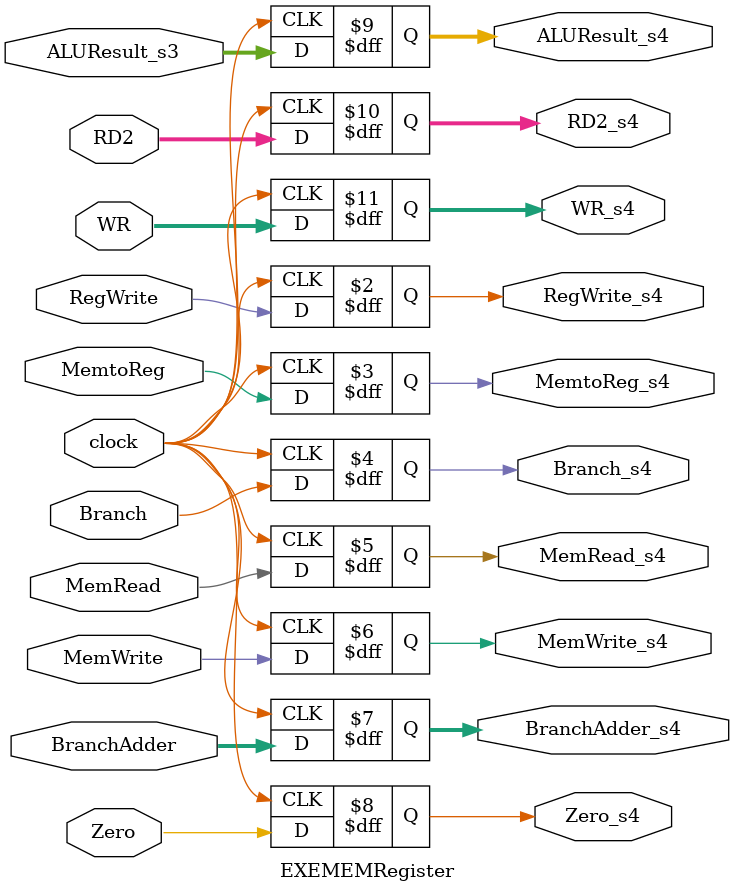
<source format=v>

module EXEMEMRegister(
	input clock, RegWrite, MemtoReg, Branch, MemRead, MemWrite,
	input [63:0]BranchAdder,
	input Zero,
	input [63:0] ALUResult_s3,
	input [63:0] RD2,
	input [4:0] WR,

	output reg RegWrite_s4, MemtoReg_s4, Branch_s4, MemRead_s4, MemWrite_s4,
	output reg [63:0]BranchAdder_s4,
	output reg Zero_s4,
	output reg [63:0] ALUResult_s4,
	output reg [63:0] RD2_s4,
	output reg [4:0] WR_s4
);
always @(posedge clock)
		begin		
		//assign PR1 = {{32{PC1[63:0]}},Ins1[31:0]};
		//assign PR3 = {{202{RegWrite}},{201{MemtoReg}},{200{Branch}},{199{MemRead}},{198{MemWrite}},
		//{134{BranchAdder[63:0]}},{133{Zero}},{69{ALUResult_s3[63:0]}},{5{RD2[63:0]}}, WR[4:0]  };
			RegWrite_s4 <= RegWrite;
			MemtoReg_s4 <= MemtoReg;
			Branch_s4 <= Branch;
			MemRead_s4 <= MemRead;
			MemWrite_s4 <= MemWrite;
			BranchAdder_s4 <= BranchAdder;
			Zero_s4 <= Zero;
			ALUResult_s4 <= ALUResult_s3;
			RD2_s4 <= RD2;
			WR_s4 <=  WR;		
		end
endmodule
</source>
